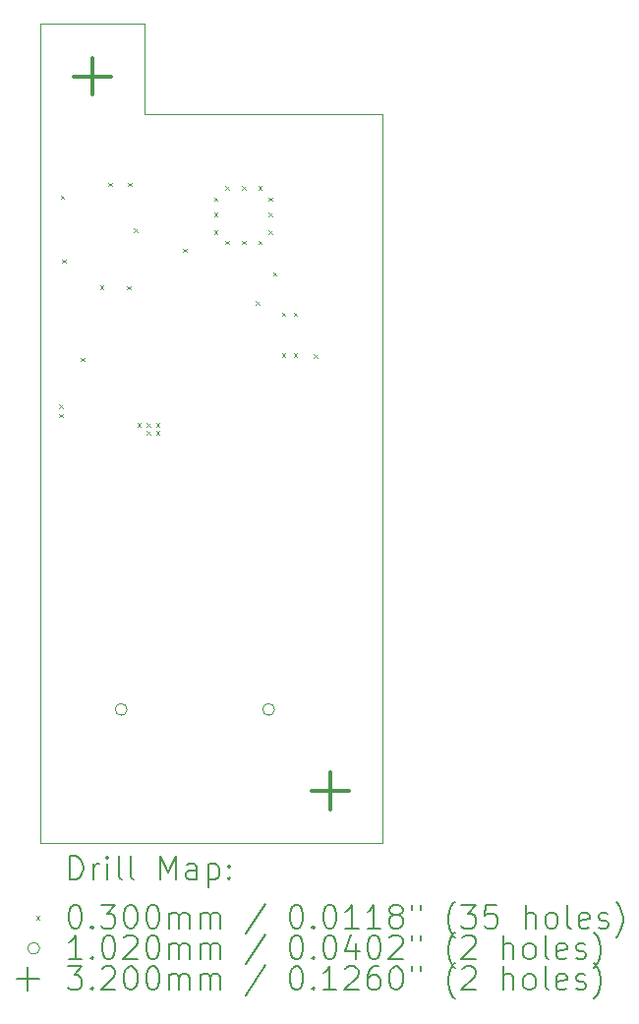
<source format=gbr>
%TF.GenerationSoftware,KiCad,Pcbnew,7.0.7*%
%TF.CreationDate,2024-02-09T14:16:55-05:00*%
%TF.ProjectId,key-fob-pcb,6b65792d-666f-4622-9d70-63622e6b6963,rev?*%
%TF.SameCoordinates,Original*%
%TF.FileFunction,Drillmap*%
%TF.FilePolarity,Positive*%
%FSLAX45Y45*%
G04 Gerber Fmt 4.5, Leading zero omitted, Abs format (unit mm)*
G04 Created by KiCad (PCBNEW 7.0.7) date 2024-02-09 14:16:55*
%MOMM*%
%LPD*%
G01*
G04 APERTURE LIST*
%ADD10C,0.038100*%
%ADD11C,0.200000*%
%ADD12C,0.030000*%
%ADD13C,0.102000*%
%ADD14C,0.320000*%
G04 APERTURE END LIST*
D10*
X13825000Y-15700000D02*
X16775000Y-15700000D01*
X14725000Y-8650000D02*
X13825000Y-8650000D01*
X14725000Y-9425000D02*
X14725000Y-8650000D01*
X16775000Y-9425000D02*
X14725000Y-9425000D01*
X16775000Y-15700000D02*
X16775000Y-9425000D01*
X13825000Y-8650000D02*
X13825000Y-15700000D01*
D11*
D12*
X13990000Y-11925000D02*
X14020000Y-11955000D01*
X14020000Y-11925000D02*
X13990000Y-11955000D01*
X13990000Y-12005000D02*
X14020000Y-12035000D01*
X14020000Y-12005000D02*
X13990000Y-12035000D01*
X14005000Y-10125000D02*
X14035000Y-10155000D01*
X14035000Y-10125000D02*
X14005000Y-10155000D01*
X14015000Y-10675000D02*
X14045000Y-10705000D01*
X14045000Y-10675000D02*
X14015000Y-10705000D01*
X14180000Y-11525000D02*
X14210000Y-11555000D01*
X14210000Y-11525000D02*
X14180000Y-11555000D01*
X14345000Y-10902500D02*
X14375000Y-10932500D01*
X14375000Y-10902500D02*
X14345000Y-10932500D01*
X14415000Y-10015000D02*
X14445000Y-10045000D01*
X14445000Y-10015000D02*
X14415000Y-10045000D01*
X14575000Y-10905000D02*
X14605000Y-10935000D01*
X14605000Y-10905000D02*
X14575000Y-10935000D01*
X14585000Y-10015000D02*
X14615000Y-10045000D01*
X14615000Y-10015000D02*
X14585000Y-10045000D01*
X14635000Y-10410000D02*
X14665000Y-10440000D01*
X14665000Y-10410000D02*
X14635000Y-10440000D01*
X14665000Y-12085000D02*
X14695000Y-12115000D01*
X14695000Y-12085000D02*
X14665000Y-12115000D01*
X14745000Y-12085000D02*
X14775000Y-12115000D01*
X14775000Y-12085000D02*
X14745000Y-12115000D01*
X14745000Y-12155000D02*
X14775000Y-12185000D01*
X14775000Y-12155000D02*
X14745000Y-12185000D01*
X14825000Y-12085000D02*
X14855000Y-12115000D01*
X14855000Y-12085000D02*
X14825000Y-12115000D01*
X14825000Y-12155000D02*
X14855000Y-12185000D01*
X14855000Y-12155000D02*
X14825000Y-12185000D01*
X15060000Y-10585000D02*
X15090000Y-10615000D01*
X15090000Y-10585000D02*
X15060000Y-10615000D01*
X15325000Y-10145000D02*
X15355000Y-10175000D01*
X15355000Y-10145000D02*
X15325000Y-10175000D01*
X15325000Y-10275000D02*
X15355000Y-10305000D01*
X15355000Y-10275000D02*
X15325000Y-10305000D01*
X15325000Y-10425000D02*
X15355000Y-10455000D01*
X15355000Y-10425000D02*
X15325000Y-10455000D01*
X15425000Y-10045000D02*
X15455000Y-10075000D01*
X15455000Y-10045000D02*
X15425000Y-10075000D01*
X15425000Y-10515000D02*
X15455000Y-10545000D01*
X15455000Y-10515000D02*
X15425000Y-10545000D01*
X15565000Y-10045000D02*
X15595000Y-10075000D01*
X15595000Y-10045000D02*
X15565000Y-10075000D01*
X15565000Y-10515000D02*
X15595000Y-10545000D01*
X15595000Y-10515000D02*
X15565000Y-10545000D01*
X15685000Y-11035000D02*
X15715000Y-11065000D01*
X15715000Y-11035000D02*
X15685000Y-11065000D01*
X15705000Y-10045000D02*
X15735000Y-10075000D01*
X15735000Y-10045000D02*
X15705000Y-10075000D01*
X15705000Y-10515000D02*
X15735000Y-10545000D01*
X15735000Y-10515000D02*
X15705000Y-10545000D01*
X15795000Y-10145000D02*
X15825000Y-10175000D01*
X15825000Y-10145000D02*
X15795000Y-10175000D01*
X15795000Y-10275000D02*
X15825000Y-10305000D01*
X15825000Y-10275000D02*
X15795000Y-10305000D01*
X15795000Y-10425000D02*
X15825000Y-10455000D01*
X15825000Y-10425000D02*
X15795000Y-10455000D01*
X15835000Y-10785000D02*
X15865000Y-10815000D01*
X15865000Y-10785000D02*
X15835000Y-10815000D01*
X15910000Y-11135000D02*
X15940000Y-11165000D01*
X15940000Y-11135000D02*
X15910000Y-11165000D01*
X15910000Y-11485000D02*
X15940000Y-11515000D01*
X15940000Y-11485000D02*
X15910000Y-11515000D01*
X16010000Y-11135000D02*
X16040000Y-11165000D01*
X16040000Y-11135000D02*
X16010000Y-11165000D01*
X16010000Y-11485000D02*
X16040000Y-11515000D01*
X16040000Y-11485000D02*
X16010000Y-11515000D01*
X16185000Y-11495000D02*
X16215000Y-11525000D01*
X16215000Y-11495000D02*
X16185000Y-11525000D01*
D13*
X14576000Y-14550000D02*
G75*
G03*
X14576000Y-14550000I-51000J0D01*
G01*
X15846000Y-14550000D02*
G75*
G03*
X15846000Y-14550000I-51000J0D01*
G01*
D14*
X14275000Y-8940000D02*
X14275000Y-9260000D01*
X14115000Y-9100000D02*
X14435000Y-9100000D01*
X16325000Y-15090000D02*
X16325000Y-15410000D01*
X16165000Y-15250000D02*
X16485000Y-15250000D01*
D11*
X14083872Y-16013389D02*
X14083872Y-15813389D01*
X14083872Y-15813389D02*
X14131491Y-15813389D01*
X14131491Y-15813389D02*
X14160062Y-15822913D01*
X14160062Y-15822913D02*
X14179110Y-15841960D01*
X14179110Y-15841960D02*
X14188634Y-15861008D01*
X14188634Y-15861008D02*
X14198157Y-15899103D01*
X14198157Y-15899103D02*
X14198157Y-15927674D01*
X14198157Y-15927674D02*
X14188634Y-15965770D01*
X14188634Y-15965770D02*
X14179110Y-15984817D01*
X14179110Y-15984817D02*
X14160062Y-16003865D01*
X14160062Y-16003865D02*
X14131491Y-16013389D01*
X14131491Y-16013389D02*
X14083872Y-16013389D01*
X14283872Y-16013389D02*
X14283872Y-15880055D01*
X14283872Y-15918151D02*
X14293396Y-15899103D01*
X14293396Y-15899103D02*
X14302919Y-15889579D01*
X14302919Y-15889579D02*
X14321967Y-15880055D01*
X14321967Y-15880055D02*
X14341015Y-15880055D01*
X14407681Y-16013389D02*
X14407681Y-15880055D01*
X14407681Y-15813389D02*
X14398157Y-15822913D01*
X14398157Y-15822913D02*
X14407681Y-15832436D01*
X14407681Y-15832436D02*
X14417205Y-15822913D01*
X14417205Y-15822913D02*
X14407681Y-15813389D01*
X14407681Y-15813389D02*
X14407681Y-15832436D01*
X14531491Y-16013389D02*
X14512443Y-16003865D01*
X14512443Y-16003865D02*
X14502919Y-15984817D01*
X14502919Y-15984817D02*
X14502919Y-15813389D01*
X14636253Y-16013389D02*
X14617205Y-16003865D01*
X14617205Y-16003865D02*
X14607681Y-15984817D01*
X14607681Y-15984817D02*
X14607681Y-15813389D01*
X14864824Y-16013389D02*
X14864824Y-15813389D01*
X14864824Y-15813389D02*
X14931491Y-15956246D01*
X14931491Y-15956246D02*
X14998157Y-15813389D01*
X14998157Y-15813389D02*
X14998157Y-16013389D01*
X15179110Y-16013389D02*
X15179110Y-15908627D01*
X15179110Y-15908627D02*
X15169586Y-15889579D01*
X15169586Y-15889579D02*
X15150538Y-15880055D01*
X15150538Y-15880055D02*
X15112443Y-15880055D01*
X15112443Y-15880055D02*
X15093396Y-15889579D01*
X15179110Y-16003865D02*
X15160062Y-16013389D01*
X15160062Y-16013389D02*
X15112443Y-16013389D01*
X15112443Y-16013389D02*
X15093396Y-16003865D01*
X15093396Y-16003865D02*
X15083872Y-15984817D01*
X15083872Y-15984817D02*
X15083872Y-15965770D01*
X15083872Y-15965770D02*
X15093396Y-15946722D01*
X15093396Y-15946722D02*
X15112443Y-15937198D01*
X15112443Y-15937198D02*
X15160062Y-15937198D01*
X15160062Y-15937198D02*
X15179110Y-15927674D01*
X15274348Y-15880055D02*
X15274348Y-16080055D01*
X15274348Y-15889579D02*
X15293396Y-15880055D01*
X15293396Y-15880055D02*
X15331491Y-15880055D01*
X15331491Y-15880055D02*
X15350538Y-15889579D01*
X15350538Y-15889579D02*
X15360062Y-15899103D01*
X15360062Y-15899103D02*
X15369586Y-15918151D01*
X15369586Y-15918151D02*
X15369586Y-15975293D01*
X15369586Y-15975293D02*
X15360062Y-15994341D01*
X15360062Y-15994341D02*
X15350538Y-16003865D01*
X15350538Y-16003865D02*
X15331491Y-16013389D01*
X15331491Y-16013389D02*
X15293396Y-16013389D01*
X15293396Y-16013389D02*
X15274348Y-16003865D01*
X15455300Y-15994341D02*
X15464824Y-16003865D01*
X15464824Y-16003865D02*
X15455300Y-16013389D01*
X15455300Y-16013389D02*
X15445777Y-16003865D01*
X15445777Y-16003865D02*
X15455300Y-15994341D01*
X15455300Y-15994341D02*
X15455300Y-16013389D01*
X15455300Y-15889579D02*
X15464824Y-15899103D01*
X15464824Y-15899103D02*
X15455300Y-15908627D01*
X15455300Y-15908627D02*
X15445777Y-15899103D01*
X15445777Y-15899103D02*
X15455300Y-15889579D01*
X15455300Y-15889579D02*
X15455300Y-15908627D01*
D12*
X13793095Y-16326905D02*
X13823095Y-16356905D01*
X13823095Y-16326905D02*
X13793095Y-16356905D01*
D11*
X14121967Y-16233389D02*
X14141015Y-16233389D01*
X14141015Y-16233389D02*
X14160062Y-16242913D01*
X14160062Y-16242913D02*
X14169586Y-16252436D01*
X14169586Y-16252436D02*
X14179110Y-16271484D01*
X14179110Y-16271484D02*
X14188634Y-16309579D01*
X14188634Y-16309579D02*
X14188634Y-16357198D01*
X14188634Y-16357198D02*
X14179110Y-16395293D01*
X14179110Y-16395293D02*
X14169586Y-16414341D01*
X14169586Y-16414341D02*
X14160062Y-16423865D01*
X14160062Y-16423865D02*
X14141015Y-16433389D01*
X14141015Y-16433389D02*
X14121967Y-16433389D01*
X14121967Y-16433389D02*
X14102919Y-16423865D01*
X14102919Y-16423865D02*
X14093396Y-16414341D01*
X14093396Y-16414341D02*
X14083872Y-16395293D01*
X14083872Y-16395293D02*
X14074348Y-16357198D01*
X14074348Y-16357198D02*
X14074348Y-16309579D01*
X14074348Y-16309579D02*
X14083872Y-16271484D01*
X14083872Y-16271484D02*
X14093396Y-16252436D01*
X14093396Y-16252436D02*
X14102919Y-16242913D01*
X14102919Y-16242913D02*
X14121967Y-16233389D01*
X14274348Y-16414341D02*
X14283872Y-16423865D01*
X14283872Y-16423865D02*
X14274348Y-16433389D01*
X14274348Y-16433389D02*
X14264824Y-16423865D01*
X14264824Y-16423865D02*
X14274348Y-16414341D01*
X14274348Y-16414341D02*
X14274348Y-16433389D01*
X14350538Y-16233389D02*
X14474348Y-16233389D01*
X14474348Y-16233389D02*
X14407681Y-16309579D01*
X14407681Y-16309579D02*
X14436253Y-16309579D01*
X14436253Y-16309579D02*
X14455300Y-16319103D01*
X14455300Y-16319103D02*
X14464824Y-16328627D01*
X14464824Y-16328627D02*
X14474348Y-16347674D01*
X14474348Y-16347674D02*
X14474348Y-16395293D01*
X14474348Y-16395293D02*
X14464824Y-16414341D01*
X14464824Y-16414341D02*
X14455300Y-16423865D01*
X14455300Y-16423865D02*
X14436253Y-16433389D01*
X14436253Y-16433389D02*
X14379110Y-16433389D01*
X14379110Y-16433389D02*
X14360062Y-16423865D01*
X14360062Y-16423865D02*
X14350538Y-16414341D01*
X14598157Y-16233389D02*
X14617205Y-16233389D01*
X14617205Y-16233389D02*
X14636253Y-16242913D01*
X14636253Y-16242913D02*
X14645777Y-16252436D01*
X14645777Y-16252436D02*
X14655300Y-16271484D01*
X14655300Y-16271484D02*
X14664824Y-16309579D01*
X14664824Y-16309579D02*
X14664824Y-16357198D01*
X14664824Y-16357198D02*
X14655300Y-16395293D01*
X14655300Y-16395293D02*
X14645777Y-16414341D01*
X14645777Y-16414341D02*
X14636253Y-16423865D01*
X14636253Y-16423865D02*
X14617205Y-16433389D01*
X14617205Y-16433389D02*
X14598157Y-16433389D01*
X14598157Y-16433389D02*
X14579110Y-16423865D01*
X14579110Y-16423865D02*
X14569586Y-16414341D01*
X14569586Y-16414341D02*
X14560062Y-16395293D01*
X14560062Y-16395293D02*
X14550538Y-16357198D01*
X14550538Y-16357198D02*
X14550538Y-16309579D01*
X14550538Y-16309579D02*
X14560062Y-16271484D01*
X14560062Y-16271484D02*
X14569586Y-16252436D01*
X14569586Y-16252436D02*
X14579110Y-16242913D01*
X14579110Y-16242913D02*
X14598157Y-16233389D01*
X14788634Y-16233389D02*
X14807681Y-16233389D01*
X14807681Y-16233389D02*
X14826729Y-16242913D01*
X14826729Y-16242913D02*
X14836253Y-16252436D01*
X14836253Y-16252436D02*
X14845777Y-16271484D01*
X14845777Y-16271484D02*
X14855300Y-16309579D01*
X14855300Y-16309579D02*
X14855300Y-16357198D01*
X14855300Y-16357198D02*
X14845777Y-16395293D01*
X14845777Y-16395293D02*
X14836253Y-16414341D01*
X14836253Y-16414341D02*
X14826729Y-16423865D01*
X14826729Y-16423865D02*
X14807681Y-16433389D01*
X14807681Y-16433389D02*
X14788634Y-16433389D01*
X14788634Y-16433389D02*
X14769586Y-16423865D01*
X14769586Y-16423865D02*
X14760062Y-16414341D01*
X14760062Y-16414341D02*
X14750538Y-16395293D01*
X14750538Y-16395293D02*
X14741015Y-16357198D01*
X14741015Y-16357198D02*
X14741015Y-16309579D01*
X14741015Y-16309579D02*
X14750538Y-16271484D01*
X14750538Y-16271484D02*
X14760062Y-16252436D01*
X14760062Y-16252436D02*
X14769586Y-16242913D01*
X14769586Y-16242913D02*
X14788634Y-16233389D01*
X14941015Y-16433389D02*
X14941015Y-16300055D01*
X14941015Y-16319103D02*
X14950538Y-16309579D01*
X14950538Y-16309579D02*
X14969586Y-16300055D01*
X14969586Y-16300055D02*
X14998158Y-16300055D01*
X14998158Y-16300055D02*
X15017205Y-16309579D01*
X15017205Y-16309579D02*
X15026729Y-16328627D01*
X15026729Y-16328627D02*
X15026729Y-16433389D01*
X15026729Y-16328627D02*
X15036253Y-16309579D01*
X15036253Y-16309579D02*
X15055300Y-16300055D01*
X15055300Y-16300055D02*
X15083872Y-16300055D01*
X15083872Y-16300055D02*
X15102919Y-16309579D01*
X15102919Y-16309579D02*
X15112443Y-16328627D01*
X15112443Y-16328627D02*
X15112443Y-16433389D01*
X15207681Y-16433389D02*
X15207681Y-16300055D01*
X15207681Y-16319103D02*
X15217205Y-16309579D01*
X15217205Y-16309579D02*
X15236253Y-16300055D01*
X15236253Y-16300055D02*
X15264824Y-16300055D01*
X15264824Y-16300055D02*
X15283872Y-16309579D01*
X15283872Y-16309579D02*
X15293396Y-16328627D01*
X15293396Y-16328627D02*
X15293396Y-16433389D01*
X15293396Y-16328627D02*
X15302919Y-16309579D01*
X15302919Y-16309579D02*
X15321967Y-16300055D01*
X15321967Y-16300055D02*
X15350538Y-16300055D01*
X15350538Y-16300055D02*
X15369586Y-16309579D01*
X15369586Y-16309579D02*
X15379110Y-16328627D01*
X15379110Y-16328627D02*
X15379110Y-16433389D01*
X15769586Y-16223865D02*
X15598158Y-16481008D01*
X16026729Y-16233389D02*
X16045777Y-16233389D01*
X16045777Y-16233389D02*
X16064824Y-16242913D01*
X16064824Y-16242913D02*
X16074348Y-16252436D01*
X16074348Y-16252436D02*
X16083872Y-16271484D01*
X16083872Y-16271484D02*
X16093396Y-16309579D01*
X16093396Y-16309579D02*
X16093396Y-16357198D01*
X16093396Y-16357198D02*
X16083872Y-16395293D01*
X16083872Y-16395293D02*
X16074348Y-16414341D01*
X16074348Y-16414341D02*
X16064824Y-16423865D01*
X16064824Y-16423865D02*
X16045777Y-16433389D01*
X16045777Y-16433389D02*
X16026729Y-16433389D01*
X16026729Y-16433389D02*
X16007681Y-16423865D01*
X16007681Y-16423865D02*
X15998158Y-16414341D01*
X15998158Y-16414341D02*
X15988634Y-16395293D01*
X15988634Y-16395293D02*
X15979110Y-16357198D01*
X15979110Y-16357198D02*
X15979110Y-16309579D01*
X15979110Y-16309579D02*
X15988634Y-16271484D01*
X15988634Y-16271484D02*
X15998158Y-16252436D01*
X15998158Y-16252436D02*
X16007681Y-16242913D01*
X16007681Y-16242913D02*
X16026729Y-16233389D01*
X16179110Y-16414341D02*
X16188634Y-16423865D01*
X16188634Y-16423865D02*
X16179110Y-16433389D01*
X16179110Y-16433389D02*
X16169586Y-16423865D01*
X16169586Y-16423865D02*
X16179110Y-16414341D01*
X16179110Y-16414341D02*
X16179110Y-16433389D01*
X16312443Y-16233389D02*
X16331491Y-16233389D01*
X16331491Y-16233389D02*
X16350539Y-16242913D01*
X16350539Y-16242913D02*
X16360062Y-16252436D01*
X16360062Y-16252436D02*
X16369586Y-16271484D01*
X16369586Y-16271484D02*
X16379110Y-16309579D01*
X16379110Y-16309579D02*
X16379110Y-16357198D01*
X16379110Y-16357198D02*
X16369586Y-16395293D01*
X16369586Y-16395293D02*
X16360062Y-16414341D01*
X16360062Y-16414341D02*
X16350539Y-16423865D01*
X16350539Y-16423865D02*
X16331491Y-16433389D01*
X16331491Y-16433389D02*
X16312443Y-16433389D01*
X16312443Y-16433389D02*
X16293396Y-16423865D01*
X16293396Y-16423865D02*
X16283872Y-16414341D01*
X16283872Y-16414341D02*
X16274348Y-16395293D01*
X16274348Y-16395293D02*
X16264824Y-16357198D01*
X16264824Y-16357198D02*
X16264824Y-16309579D01*
X16264824Y-16309579D02*
X16274348Y-16271484D01*
X16274348Y-16271484D02*
X16283872Y-16252436D01*
X16283872Y-16252436D02*
X16293396Y-16242913D01*
X16293396Y-16242913D02*
X16312443Y-16233389D01*
X16569586Y-16433389D02*
X16455301Y-16433389D01*
X16512443Y-16433389D02*
X16512443Y-16233389D01*
X16512443Y-16233389D02*
X16493396Y-16261960D01*
X16493396Y-16261960D02*
X16474348Y-16281008D01*
X16474348Y-16281008D02*
X16455301Y-16290532D01*
X16760062Y-16433389D02*
X16645777Y-16433389D01*
X16702920Y-16433389D02*
X16702920Y-16233389D01*
X16702920Y-16233389D02*
X16683872Y-16261960D01*
X16683872Y-16261960D02*
X16664824Y-16281008D01*
X16664824Y-16281008D02*
X16645777Y-16290532D01*
X16874348Y-16319103D02*
X16855301Y-16309579D01*
X16855301Y-16309579D02*
X16845777Y-16300055D01*
X16845777Y-16300055D02*
X16836253Y-16281008D01*
X16836253Y-16281008D02*
X16836253Y-16271484D01*
X16836253Y-16271484D02*
X16845777Y-16252436D01*
X16845777Y-16252436D02*
X16855301Y-16242913D01*
X16855301Y-16242913D02*
X16874348Y-16233389D01*
X16874348Y-16233389D02*
X16912444Y-16233389D01*
X16912444Y-16233389D02*
X16931491Y-16242913D01*
X16931491Y-16242913D02*
X16941015Y-16252436D01*
X16941015Y-16252436D02*
X16950539Y-16271484D01*
X16950539Y-16271484D02*
X16950539Y-16281008D01*
X16950539Y-16281008D02*
X16941015Y-16300055D01*
X16941015Y-16300055D02*
X16931491Y-16309579D01*
X16931491Y-16309579D02*
X16912444Y-16319103D01*
X16912444Y-16319103D02*
X16874348Y-16319103D01*
X16874348Y-16319103D02*
X16855301Y-16328627D01*
X16855301Y-16328627D02*
X16845777Y-16338151D01*
X16845777Y-16338151D02*
X16836253Y-16357198D01*
X16836253Y-16357198D02*
X16836253Y-16395293D01*
X16836253Y-16395293D02*
X16845777Y-16414341D01*
X16845777Y-16414341D02*
X16855301Y-16423865D01*
X16855301Y-16423865D02*
X16874348Y-16433389D01*
X16874348Y-16433389D02*
X16912444Y-16433389D01*
X16912444Y-16433389D02*
X16931491Y-16423865D01*
X16931491Y-16423865D02*
X16941015Y-16414341D01*
X16941015Y-16414341D02*
X16950539Y-16395293D01*
X16950539Y-16395293D02*
X16950539Y-16357198D01*
X16950539Y-16357198D02*
X16941015Y-16338151D01*
X16941015Y-16338151D02*
X16931491Y-16328627D01*
X16931491Y-16328627D02*
X16912444Y-16319103D01*
X17026729Y-16233389D02*
X17026729Y-16271484D01*
X17102920Y-16233389D02*
X17102920Y-16271484D01*
X17398158Y-16509579D02*
X17388634Y-16500055D01*
X17388634Y-16500055D02*
X17369586Y-16471484D01*
X17369586Y-16471484D02*
X17360063Y-16452436D01*
X17360063Y-16452436D02*
X17350539Y-16423865D01*
X17350539Y-16423865D02*
X17341015Y-16376246D01*
X17341015Y-16376246D02*
X17341015Y-16338151D01*
X17341015Y-16338151D02*
X17350539Y-16290532D01*
X17350539Y-16290532D02*
X17360063Y-16261960D01*
X17360063Y-16261960D02*
X17369586Y-16242913D01*
X17369586Y-16242913D02*
X17388634Y-16214341D01*
X17388634Y-16214341D02*
X17398158Y-16204817D01*
X17455301Y-16233389D02*
X17579110Y-16233389D01*
X17579110Y-16233389D02*
X17512444Y-16309579D01*
X17512444Y-16309579D02*
X17541015Y-16309579D01*
X17541015Y-16309579D02*
X17560063Y-16319103D01*
X17560063Y-16319103D02*
X17569586Y-16328627D01*
X17569586Y-16328627D02*
X17579110Y-16347674D01*
X17579110Y-16347674D02*
X17579110Y-16395293D01*
X17579110Y-16395293D02*
X17569586Y-16414341D01*
X17569586Y-16414341D02*
X17560063Y-16423865D01*
X17560063Y-16423865D02*
X17541015Y-16433389D01*
X17541015Y-16433389D02*
X17483872Y-16433389D01*
X17483872Y-16433389D02*
X17464825Y-16423865D01*
X17464825Y-16423865D02*
X17455301Y-16414341D01*
X17760063Y-16233389D02*
X17664825Y-16233389D01*
X17664825Y-16233389D02*
X17655301Y-16328627D01*
X17655301Y-16328627D02*
X17664825Y-16319103D01*
X17664825Y-16319103D02*
X17683872Y-16309579D01*
X17683872Y-16309579D02*
X17731491Y-16309579D01*
X17731491Y-16309579D02*
X17750539Y-16319103D01*
X17750539Y-16319103D02*
X17760063Y-16328627D01*
X17760063Y-16328627D02*
X17769586Y-16347674D01*
X17769586Y-16347674D02*
X17769586Y-16395293D01*
X17769586Y-16395293D02*
X17760063Y-16414341D01*
X17760063Y-16414341D02*
X17750539Y-16423865D01*
X17750539Y-16423865D02*
X17731491Y-16433389D01*
X17731491Y-16433389D02*
X17683872Y-16433389D01*
X17683872Y-16433389D02*
X17664825Y-16423865D01*
X17664825Y-16423865D02*
X17655301Y-16414341D01*
X18007682Y-16433389D02*
X18007682Y-16233389D01*
X18093396Y-16433389D02*
X18093396Y-16328627D01*
X18093396Y-16328627D02*
X18083872Y-16309579D01*
X18083872Y-16309579D02*
X18064825Y-16300055D01*
X18064825Y-16300055D02*
X18036253Y-16300055D01*
X18036253Y-16300055D02*
X18017206Y-16309579D01*
X18017206Y-16309579D02*
X18007682Y-16319103D01*
X18217206Y-16433389D02*
X18198158Y-16423865D01*
X18198158Y-16423865D02*
X18188634Y-16414341D01*
X18188634Y-16414341D02*
X18179110Y-16395293D01*
X18179110Y-16395293D02*
X18179110Y-16338151D01*
X18179110Y-16338151D02*
X18188634Y-16319103D01*
X18188634Y-16319103D02*
X18198158Y-16309579D01*
X18198158Y-16309579D02*
X18217206Y-16300055D01*
X18217206Y-16300055D02*
X18245777Y-16300055D01*
X18245777Y-16300055D02*
X18264825Y-16309579D01*
X18264825Y-16309579D02*
X18274348Y-16319103D01*
X18274348Y-16319103D02*
X18283872Y-16338151D01*
X18283872Y-16338151D02*
X18283872Y-16395293D01*
X18283872Y-16395293D02*
X18274348Y-16414341D01*
X18274348Y-16414341D02*
X18264825Y-16423865D01*
X18264825Y-16423865D02*
X18245777Y-16433389D01*
X18245777Y-16433389D02*
X18217206Y-16433389D01*
X18398158Y-16433389D02*
X18379110Y-16423865D01*
X18379110Y-16423865D02*
X18369587Y-16404817D01*
X18369587Y-16404817D02*
X18369587Y-16233389D01*
X18550539Y-16423865D02*
X18531491Y-16433389D01*
X18531491Y-16433389D02*
X18493396Y-16433389D01*
X18493396Y-16433389D02*
X18474348Y-16423865D01*
X18474348Y-16423865D02*
X18464825Y-16404817D01*
X18464825Y-16404817D02*
X18464825Y-16328627D01*
X18464825Y-16328627D02*
X18474348Y-16309579D01*
X18474348Y-16309579D02*
X18493396Y-16300055D01*
X18493396Y-16300055D02*
X18531491Y-16300055D01*
X18531491Y-16300055D02*
X18550539Y-16309579D01*
X18550539Y-16309579D02*
X18560063Y-16328627D01*
X18560063Y-16328627D02*
X18560063Y-16347674D01*
X18560063Y-16347674D02*
X18464825Y-16366722D01*
X18636253Y-16423865D02*
X18655301Y-16433389D01*
X18655301Y-16433389D02*
X18693396Y-16433389D01*
X18693396Y-16433389D02*
X18712444Y-16423865D01*
X18712444Y-16423865D02*
X18721968Y-16404817D01*
X18721968Y-16404817D02*
X18721968Y-16395293D01*
X18721968Y-16395293D02*
X18712444Y-16376246D01*
X18712444Y-16376246D02*
X18693396Y-16366722D01*
X18693396Y-16366722D02*
X18664825Y-16366722D01*
X18664825Y-16366722D02*
X18645777Y-16357198D01*
X18645777Y-16357198D02*
X18636253Y-16338151D01*
X18636253Y-16338151D02*
X18636253Y-16328627D01*
X18636253Y-16328627D02*
X18645777Y-16309579D01*
X18645777Y-16309579D02*
X18664825Y-16300055D01*
X18664825Y-16300055D02*
X18693396Y-16300055D01*
X18693396Y-16300055D02*
X18712444Y-16309579D01*
X18788634Y-16509579D02*
X18798158Y-16500055D01*
X18798158Y-16500055D02*
X18817206Y-16471484D01*
X18817206Y-16471484D02*
X18826729Y-16452436D01*
X18826729Y-16452436D02*
X18836253Y-16423865D01*
X18836253Y-16423865D02*
X18845777Y-16376246D01*
X18845777Y-16376246D02*
X18845777Y-16338151D01*
X18845777Y-16338151D02*
X18836253Y-16290532D01*
X18836253Y-16290532D02*
X18826729Y-16261960D01*
X18826729Y-16261960D02*
X18817206Y-16242913D01*
X18817206Y-16242913D02*
X18798158Y-16214341D01*
X18798158Y-16214341D02*
X18788634Y-16204817D01*
D13*
X13823095Y-16605905D02*
G75*
G03*
X13823095Y-16605905I-51000J0D01*
G01*
D11*
X14188634Y-16697389D02*
X14074348Y-16697389D01*
X14131491Y-16697389D02*
X14131491Y-16497389D01*
X14131491Y-16497389D02*
X14112443Y-16525960D01*
X14112443Y-16525960D02*
X14093396Y-16545008D01*
X14093396Y-16545008D02*
X14074348Y-16554532D01*
X14274348Y-16678341D02*
X14283872Y-16687865D01*
X14283872Y-16687865D02*
X14274348Y-16697389D01*
X14274348Y-16697389D02*
X14264824Y-16687865D01*
X14264824Y-16687865D02*
X14274348Y-16678341D01*
X14274348Y-16678341D02*
X14274348Y-16697389D01*
X14407681Y-16497389D02*
X14426729Y-16497389D01*
X14426729Y-16497389D02*
X14445777Y-16506913D01*
X14445777Y-16506913D02*
X14455300Y-16516436D01*
X14455300Y-16516436D02*
X14464824Y-16535484D01*
X14464824Y-16535484D02*
X14474348Y-16573579D01*
X14474348Y-16573579D02*
X14474348Y-16621198D01*
X14474348Y-16621198D02*
X14464824Y-16659293D01*
X14464824Y-16659293D02*
X14455300Y-16678341D01*
X14455300Y-16678341D02*
X14445777Y-16687865D01*
X14445777Y-16687865D02*
X14426729Y-16697389D01*
X14426729Y-16697389D02*
X14407681Y-16697389D01*
X14407681Y-16697389D02*
X14388634Y-16687865D01*
X14388634Y-16687865D02*
X14379110Y-16678341D01*
X14379110Y-16678341D02*
X14369586Y-16659293D01*
X14369586Y-16659293D02*
X14360062Y-16621198D01*
X14360062Y-16621198D02*
X14360062Y-16573579D01*
X14360062Y-16573579D02*
X14369586Y-16535484D01*
X14369586Y-16535484D02*
X14379110Y-16516436D01*
X14379110Y-16516436D02*
X14388634Y-16506913D01*
X14388634Y-16506913D02*
X14407681Y-16497389D01*
X14550538Y-16516436D02*
X14560062Y-16506913D01*
X14560062Y-16506913D02*
X14579110Y-16497389D01*
X14579110Y-16497389D02*
X14626729Y-16497389D01*
X14626729Y-16497389D02*
X14645777Y-16506913D01*
X14645777Y-16506913D02*
X14655300Y-16516436D01*
X14655300Y-16516436D02*
X14664824Y-16535484D01*
X14664824Y-16535484D02*
X14664824Y-16554532D01*
X14664824Y-16554532D02*
X14655300Y-16583103D01*
X14655300Y-16583103D02*
X14541015Y-16697389D01*
X14541015Y-16697389D02*
X14664824Y-16697389D01*
X14788634Y-16497389D02*
X14807681Y-16497389D01*
X14807681Y-16497389D02*
X14826729Y-16506913D01*
X14826729Y-16506913D02*
X14836253Y-16516436D01*
X14836253Y-16516436D02*
X14845777Y-16535484D01*
X14845777Y-16535484D02*
X14855300Y-16573579D01*
X14855300Y-16573579D02*
X14855300Y-16621198D01*
X14855300Y-16621198D02*
X14845777Y-16659293D01*
X14845777Y-16659293D02*
X14836253Y-16678341D01*
X14836253Y-16678341D02*
X14826729Y-16687865D01*
X14826729Y-16687865D02*
X14807681Y-16697389D01*
X14807681Y-16697389D02*
X14788634Y-16697389D01*
X14788634Y-16697389D02*
X14769586Y-16687865D01*
X14769586Y-16687865D02*
X14760062Y-16678341D01*
X14760062Y-16678341D02*
X14750538Y-16659293D01*
X14750538Y-16659293D02*
X14741015Y-16621198D01*
X14741015Y-16621198D02*
X14741015Y-16573579D01*
X14741015Y-16573579D02*
X14750538Y-16535484D01*
X14750538Y-16535484D02*
X14760062Y-16516436D01*
X14760062Y-16516436D02*
X14769586Y-16506913D01*
X14769586Y-16506913D02*
X14788634Y-16497389D01*
X14941015Y-16697389D02*
X14941015Y-16564055D01*
X14941015Y-16583103D02*
X14950538Y-16573579D01*
X14950538Y-16573579D02*
X14969586Y-16564055D01*
X14969586Y-16564055D02*
X14998158Y-16564055D01*
X14998158Y-16564055D02*
X15017205Y-16573579D01*
X15017205Y-16573579D02*
X15026729Y-16592627D01*
X15026729Y-16592627D02*
X15026729Y-16697389D01*
X15026729Y-16592627D02*
X15036253Y-16573579D01*
X15036253Y-16573579D02*
X15055300Y-16564055D01*
X15055300Y-16564055D02*
X15083872Y-16564055D01*
X15083872Y-16564055D02*
X15102919Y-16573579D01*
X15102919Y-16573579D02*
X15112443Y-16592627D01*
X15112443Y-16592627D02*
X15112443Y-16697389D01*
X15207681Y-16697389D02*
X15207681Y-16564055D01*
X15207681Y-16583103D02*
X15217205Y-16573579D01*
X15217205Y-16573579D02*
X15236253Y-16564055D01*
X15236253Y-16564055D02*
X15264824Y-16564055D01*
X15264824Y-16564055D02*
X15283872Y-16573579D01*
X15283872Y-16573579D02*
X15293396Y-16592627D01*
X15293396Y-16592627D02*
X15293396Y-16697389D01*
X15293396Y-16592627D02*
X15302919Y-16573579D01*
X15302919Y-16573579D02*
X15321967Y-16564055D01*
X15321967Y-16564055D02*
X15350538Y-16564055D01*
X15350538Y-16564055D02*
X15369586Y-16573579D01*
X15369586Y-16573579D02*
X15379110Y-16592627D01*
X15379110Y-16592627D02*
X15379110Y-16697389D01*
X15769586Y-16487865D02*
X15598158Y-16745008D01*
X16026729Y-16497389D02*
X16045777Y-16497389D01*
X16045777Y-16497389D02*
X16064824Y-16506913D01*
X16064824Y-16506913D02*
X16074348Y-16516436D01*
X16074348Y-16516436D02*
X16083872Y-16535484D01*
X16083872Y-16535484D02*
X16093396Y-16573579D01*
X16093396Y-16573579D02*
X16093396Y-16621198D01*
X16093396Y-16621198D02*
X16083872Y-16659293D01*
X16083872Y-16659293D02*
X16074348Y-16678341D01*
X16074348Y-16678341D02*
X16064824Y-16687865D01*
X16064824Y-16687865D02*
X16045777Y-16697389D01*
X16045777Y-16697389D02*
X16026729Y-16697389D01*
X16026729Y-16697389D02*
X16007681Y-16687865D01*
X16007681Y-16687865D02*
X15998158Y-16678341D01*
X15998158Y-16678341D02*
X15988634Y-16659293D01*
X15988634Y-16659293D02*
X15979110Y-16621198D01*
X15979110Y-16621198D02*
X15979110Y-16573579D01*
X15979110Y-16573579D02*
X15988634Y-16535484D01*
X15988634Y-16535484D02*
X15998158Y-16516436D01*
X15998158Y-16516436D02*
X16007681Y-16506913D01*
X16007681Y-16506913D02*
X16026729Y-16497389D01*
X16179110Y-16678341D02*
X16188634Y-16687865D01*
X16188634Y-16687865D02*
X16179110Y-16697389D01*
X16179110Y-16697389D02*
X16169586Y-16687865D01*
X16169586Y-16687865D02*
X16179110Y-16678341D01*
X16179110Y-16678341D02*
X16179110Y-16697389D01*
X16312443Y-16497389D02*
X16331491Y-16497389D01*
X16331491Y-16497389D02*
X16350539Y-16506913D01*
X16350539Y-16506913D02*
X16360062Y-16516436D01*
X16360062Y-16516436D02*
X16369586Y-16535484D01*
X16369586Y-16535484D02*
X16379110Y-16573579D01*
X16379110Y-16573579D02*
X16379110Y-16621198D01*
X16379110Y-16621198D02*
X16369586Y-16659293D01*
X16369586Y-16659293D02*
X16360062Y-16678341D01*
X16360062Y-16678341D02*
X16350539Y-16687865D01*
X16350539Y-16687865D02*
X16331491Y-16697389D01*
X16331491Y-16697389D02*
X16312443Y-16697389D01*
X16312443Y-16697389D02*
X16293396Y-16687865D01*
X16293396Y-16687865D02*
X16283872Y-16678341D01*
X16283872Y-16678341D02*
X16274348Y-16659293D01*
X16274348Y-16659293D02*
X16264824Y-16621198D01*
X16264824Y-16621198D02*
X16264824Y-16573579D01*
X16264824Y-16573579D02*
X16274348Y-16535484D01*
X16274348Y-16535484D02*
X16283872Y-16516436D01*
X16283872Y-16516436D02*
X16293396Y-16506913D01*
X16293396Y-16506913D02*
X16312443Y-16497389D01*
X16550539Y-16564055D02*
X16550539Y-16697389D01*
X16502920Y-16487865D02*
X16455301Y-16630722D01*
X16455301Y-16630722D02*
X16579110Y-16630722D01*
X16693396Y-16497389D02*
X16712443Y-16497389D01*
X16712443Y-16497389D02*
X16731491Y-16506913D01*
X16731491Y-16506913D02*
X16741015Y-16516436D01*
X16741015Y-16516436D02*
X16750539Y-16535484D01*
X16750539Y-16535484D02*
X16760062Y-16573579D01*
X16760062Y-16573579D02*
X16760062Y-16621198D01*
X16760062Y-16621198D02*
X16750539Y-16659293D01*
X16750539Y-16659293D02*
X16741015Y-16678341D01*
X16741015Y-16678341D02*
X16731491Y-16687865D01*
X16731491Y-16687865D02*
X16712443Y-16697389D01*
X16712443Y-16697389D02*
X16693396Y-16697389D01*
X16693396Y-16697389D02*
X16674348Y-16687865D01*
X16674348Y-16687865D02*
X16664824Y-16678341D01*
X16664824Y-16678341D02*
X16655301Y-16659293D01*
X16655301Y-16659293D02*
X16645777Y-16621198D01*
X16645777Y-16621198D02*
X16645777Y-16573579D01*
X16645777Y-16573579D02*
X16655301Y-16535484D01*
X16655301Y-16535484D02*
X16664824Y-16516436D01*
X16664824Y-16516436D02*
X16674348Y-16506913D01*
X16674348Y-16506913D02*
X16693396Y-16497389D01*
X16836253Y-16516436D02*
X16845777Y-16506913D01*
X16845777Y-16506913D02*
X16864824Y-16497389D01*
X16864824Y-16497389D02*
X16912444Y-16497389D01*
X16912444Y-16497389D02*
X16931491Y-16506913D01*
X16931491Y-16506913D02*
X16941015Y-16516436D01*
X16941015Y-16516436D02*
X16950539Y-16535484D01*
X16950539Y-16535484D02*
X16950539Y-16554532D01*
X16950539Y-16554532D02*
X16941015Y-16583103D01*
X16941015Y-16583103D02*
X16826729Y-16697389D01*
X16826729Y-16697389D02*
X16950539Y-16697389D01*
X17026729Y-16497389D02*
X17026729Y-16535484D01*
X17102920Y-16497389D02*
X17102920Y-16535484D01*
X17398158Y-16773579D02*
X17388634Y-16764055D01*
X17388634Y-16764055D02*
X17369586Y-16735484D01*
X17369586Y-16735484D02*
X17360063Y-16716436D01*
X17360063Y-16716436D02*
X17350539Y-16687865D01*
X17350539Y-16687865D02*
X17341015Y-16640246D01*
X17341015Y-16640246D02*
X17341015Y-16602151D01*
X17341015Y-16602151D02*
X17350539Y-16554532D01*
X17350539Y-16554532D02*
X17360063Y-16525960D01*
X17360063Y-16525960D02*
X17369586Y-16506913D01*
X17369586Y-16506913D02*
X17388634Y-16478341D01*
X17388634Y-16478341D02*
X17398158Y-16468817D01*
X17464825Y-16516436D02*
X17474348Y-16506913D01*
X17474348Y-16506913D02*
X17493396Y-16497389D01*
X17493396Y-16497389D02*
X17541015Y-16497389D01*
X17541015Y-16497389D02*
X17560063Y-16506913D01*
X17560063Y-16506913D02*
X17569586Y-16516436D01*
X17569586Y-16516436D02*
X17579110Y-16535484D01*
X17579110Y-16535484D02*
X17579110Y-16554532D01*
X17579110Y-16554532D02*
X17569586Y-16583103D01*
X17569586Y-16583103D02*
X17455301Y-16697389D01*
X17455301Y-16697389D02*
X17579110Y-16697389D01*
X17817206Y-16697389D02*
X17817206Y-16497389D01*
X17902920Y-16697389D02*
X17902920Y-16592627D01*
X17902920Y-16592627D02*
X17893396Y-16573579D01*
X17893396Y-16573579D02*
X17874348Y-16564055D01*
X17874348Y-16564055D02*
X17845777Y-16564055D01*
X17845777Y-16564055D02*
X17826729Y-16573579D01*
X17826729Y-16573579D02*
X17817206Y-16583103D01*
X18026729Y-16697389D02*
X18007682Y-16687865D01*
X18007682Y-16687865D02*
X17998158Y-16678341D01*
X17998158Y-16678341D02*
X17988634Y-16659293D01*
X17988634Y-16659293D02*
X17988634Y-16602151D01*
X17988634Y-16602151D02*
X17998158Y-16583103D01*
X17998158Y-16583103D02*
X18007682Y-16573579D01*
X18007682Y-16573579D02*
X18026729Y-16564055D01*
X18026729Y-16564055D02*
X18055301Y-16564055D01*
X18055301Y-16564055D02*
X18074348Y-16573579D01*
X18074348Y-16573579D02*
X18083872Y-16583103D01*
X18083872Y-16583103D02*
X18093396Y-16602151D01*
X18093396Y-16602151D02*
X18093396Y-16659293D01*
X18093396Y-16659293D02*
X18083872Y-16678341D01*
X18083872Y-16678341D02*
X18074348Y-16687865D01*
X18074348Y-16687865D02*
X18055301Y-16697389D01*
X18055301Y-16697389D02*
X18026729Y-16697389D01*
X18207682Y-16697389D02*
X18188634Y-16687865D01*
X18188634Y-16687865D02*
X18179110Y-16668817D01*
X18179110Y-16668817D02*
X18179110Y-16497389D01*
X18360063Y-16687865D02*
X18341015Y-16697389D01*
X18341015Y-16697389D02*
X18302920Y-16697389D01*
X18302920Y-16697389D02*
X18283872Y-16687865D01*
X18283872Y-16687865D02*
X18274348Y-16668817D01*
X18274348Y-16668817D02*
X18274348Y-16592627D01*
X18274348Y-16592627D02*
X18283872Y-16573579D01*
X18283872Y-16573579D02*
X18302920Y-16564055D01*
X18302920Y-16564055D02*
X18341015Y-16564055D01*
X18341015Y-16564055D02*
X18360063Y-16573579D01*
X18360063Y-16573579D02*
X18369587Y-16592627D01*
X18369587Y-16592627D02*
X18369587Y-16611674D01*
X18369587Y-16611674D02*
X18274348Y-16630722D01*
X18445777Y-16687865D02*
X18464825Y-16697389D01*
X18464825Y-16697389D02*
X18502920Y-16697389D01*
X18502920Y-16697389D02*
X18521968Y-16687865D01*
X18521968Y-16687865D02*
X18531491Y-16668817D01*
X18531491Y-16668817D02*
X18531491Y-16659293D01*
X18531491Y-16659293D02*
X18521968Y-16640246D01*
X18521968Y-16640246D02*
X18502920Y-16630722D01*
X18502920Y-16630722D02*
X18474348Y-16630722D01*
X18474348Y-16630722D02*
X18455301Y-16621198D01*
X18455301Y-16621198D02*
X18445777Y-16602151D01*
X18445777Y-16602151D02*
X18445777Y-16592627D01*
X18445777Y-16592627D02*
X18455301Y-16573579D01*
X18455301Y-16573579D02*
X18474348Y-16564055D01*
X18474348Y-16564055D02*
X18502920Y-16564055D01*
X18502920Y-16564055D02*
X18521968Y-16573579D01*
X18598158Y-16773579D02*
X18607682Y-16764055D01*
X18607682Y-16764055D02*
X18626729Y-16735484D01*
X18626729Y-16735484D02*
X18636253Y-16716436D01*
X18636253Y-16716436D02*
X18645777Y-16687865D01*
X18645777Y-16687865D02*
X18655301Y-16640246D01*
X18655301Y-16640246D02*
X18655301Y-16602151D01*
X18655301Y-16602151D02*
X18645777Y-16554532D01*
X18645777Y-16554532D02*
X18636253Y-16525960D01*
X18636253Y-16525960D02*
X18626729Y-16506913D01*
X18626729Y-16506913D02*
X18607682Y-16478341D01*
X18607682Y-16478341D02*
X18598158Y-16468817D01*
X13723095Y-16769905D02*
X13723095Y-16969905D01*
X13623095Y-16869905D02*
X13823095Y-16869905D01*
X14064824Y-16761389D02*
X14188634Y-16761389D01*
X14188634Y-16761389D02*
X14121967Y-16837579D01*
X14121967Y-16837579D02*
X14150538Y-16837579D01*
X14150538Y-16837579D02*
X14169586Y-16847103D01*
X14169586Y-16847103D02*
X14179110Y-16856627D01*
X14179110Y-16856627D02*
X14188634Y-16875675D01*
X14188634Y-16875675D02*
X14188634Y-16923294D01*
X14188634Y-16923294D02*
X14179110Y-16942341D01*
X14179110Y-16942341D02*
X14169586Y-16951865D01*
X14169586Y-16951865D02*
X14150538Y-16961389D01*
X14150538Y-16961389D02*
X14093396Y-16961389D01*
X14093396Y-16961389D02*
X14074348Y-16951865D01*
X14074348Y-16951865D02*
X14064824Y-16942341D01*
X14274348Y-16942341D02*
X14283872Y-16951865D01*
X14283872Y-16951865D02*
X14274348Y-16961389D01*
X14274348Y-16961389D02*
X14264824Y-16951865D01*
X14264824Y-16951865D02*
X14274348Y-16942341D01*
X14274348Y-16942341D02*
X14274348Y-16961389D01*
X14360062Y-16780436D02*
X14369586Y-16770913D01*
X14369586Y-16770913D02*
X14388634Y-16761389D01*
X14388634Y-16761389D02*
X14436253Y-16761389D01*
X14436253Y-16761389D02*
X14455300Y-16770913D01*
X14455300Y-16770913D02*
X14464824Y-16780436D01*
X14464824Y-16780436D02*
X14474348Y-16799484D01*
X14474348Y-16799484D02*
X14474348Y-16818532D01*
X14474348Y-16818532D02*
X14464824Y-16847103D01*
X14464824Y-16847103D02*
X14350538Y-16961389D01*
X14350538Y-16961389D02*
X14474348Y-16961389D01*
X14598157Y-16761389D02*
X14617205Y-16761389D01*
X14617205Y-16761389D02*
X14636253Y-16770913D01*
X14636253Y-16770913D02*
X14645777Y-16780436D01*
X14645777Y-16780436D02*
X14655300Y-16799484D01*
X14655300Y-16799484D02*
X14664824Y-16837579D01*
X14664824Y-16837579D02*
X14664824Y-16885198D01*
X14664824Y-16885198D02*
X14655300Y-16923294D01*
X14655300Y-16923294D02*
X14645777Y-16942341D01*
X14645777Y-16942341D02*
X14636253Y-16951865D01*
X14636253Y-16951865D02*
X14617205Y-16961389D01*
X14617205Y-16961389D02*
X14598157Y-16961389D01*
X14598157Y-16961389D02*
X14579110Y-16951865D01*
X14579110Y-16951865D02*
X14569586Y-16942341D01*
X14569586Y-16942341D02*
X14560062Y-16923294D01*
X14560062Y-16923294D02*
X14550538Y-16885198D01*
X14550538Y-16885198D02*
X14550538Y-16837579D01*
X14550538Y-16837579D02*
X14560062Y-16799484D01*
X14560062Y-16799484D02*
X14569586Y-16780436D01*
X14569586Y-16780436D02*
X14579110Y-16770913D01*
X14579110Y-16770913D02*
X14598157Y-16761389D01*
X14788634Y-16761389D02*
X14807681Y-16761389D01*
X14807681Y-16761389D02*
X14826729Y-16770913D01*
X14826729Y-16770913D02*
X14836253Y-16780436D01*
X14836253Y-16780436D02*
X14845777Y-16799484D01*
X14845777Y-16799484D02*
X14855300Y-16837579D01*
X14855300Y-16837579D02*
X14855300Y-16885198D01*
X14855300Y-16885198D02*
X14845777Y-16923294D01*
X14845777Y-16923294D02*
X14836253Y-16942341D01*
X14836253Y-16942341D02*
X14826729Y-16951865D01*
X14826729Y-16951865D02*
X14807681Y-16961389D01*
X14807681Y-16961389D02*
X14788634Y-16961389D01*
X14788634Y-16961389D02*
X14769586Y-16951865D01*
X14769586Y-16951865D02*
X14760062Y-16942341D01*
X14760062Y-16942341D02*
X14750538Y-16923294D01*
X14750538Y-16923294D02*
X14741015Y-16885198D01*
X14741015Y-16885198D02*
X14741015Y-16837579D01*
X14741015Y-16837579D02*
X14750538Y-16799484D01*
X14750538Y-16799484D02*
X14760062Y-16780436D01*
X14760062Y-16780436D02*
X14769586Y-16770913D01*
X14769586Y-16770913D02*
X14788634Y-16761389D01*
X14941015Y-16961389D02*
X14941015Y-16828055D01*
X14941015Y-16847103D02*
X14950538Y-16837579D01*
X14950538Y-16837579D02*
X14969586Y-16828055D01*
X14969586Y-16828055D02*
X14998158Y-16828055D01*
X14998158Y-16828055D02*
X15017205Y-16837579D01*
X15017205Y-16837579D02*
X15026729Y-16856627D01*
X15026729Y-16856627D02*
X15026729Y-16961389D01*
X15026729Y-16856627D02*
X15036253Y-16837579D01*
X15036253Y-16837579D02*
X15055300Y-16828055D01*
X15055300Y-16828055D02*
X15083872Y-16828055D01*
X15083872Y-16828055D02*
X15102919Y-16837579D01*
X15102919Y-16837579D02*
X15112443Y-16856627D01*
X15112443Y-16856627D02*
X15112443Y-16961389D01*
X15207681Y-16961389D02*
X15207681Y-16828055D01*
X15207681Y-16847103D02*
X15217205Y-16837579D01*
X15217205Y-16837579D02*
X15236253Y-16828055D01*
X15236253Y-16828055D02*
X15264824Y-16828055D01*
X15264824Y-16828055D02*
X15283872Y-16837579D01*
X15283872Y-16837579D02*
X15293396Y-16856627D01*
X15293396Y-16856627D02*
X15293396Y-16961389D01*
X15293396Y-16856627D02*
X15302919Y-16837579D01*
X15302919Y-16837579D02*
X15321967Y-16828055D01*
X15321967Y-16828055D02*
X15350538Y-16828055D01*
X15350538Y-16828055D02*
X15369586Y-16837579D01*
X15369586Y-16837579D02*
X15379110Y-16856627D01*
X15379110Y-16856627D02*
X15379110Y-16961389D01*
X15769586Y-16751865D02*
X15598158Y-17009008D01*
X16026729Y-16761389D02*
X16045777Y-16761389D01*
X16045777Y-16761389D02*
X16064824Y-16770913D01*
X16064824Y-16770913D02*
X16074348Y-16780436D01*
X16074348Y-16780436D02*
X16083872Y-16799484D01*
X16083872Y-16799484D02*
X16093396Y-16837579D01*
X16093396Y-16837579D02*
X16093396Y-16885198D01*
X16093396Y-16885198D02*
X16083872Y-16923294D01*
X16083872Y-16923294D02*
X16074348Y-16942341D01*
X16074348Y-16942341D02*
X16064824Y-16951865D01*
X16064824Y-16951865D02*
X16045777Y-16961389D01*
X16045777Y-16961389D02*
X16026729Y-16961389D01*
X16026729Y-16961389D02*
X16007681Y-16951865D01*
X16007681Y-16951865D02*
X15998158Y-16942341D01*
X15998158Y-16942341D02*
X15988634Y-16923294D01*
X15988634Y-16923294D02*
X15979110Y-16885198D01*
X15979110Y-16885198D02*
X15979110Y-16837579D01*
X15979110Y-16837579D02*
X15988634Y-16799484D01*
X15988634Y-16799484D02*
X15998158Y-16780436D01*
X15998158Y-16780436D02*
X16007681Y-16770913D01*
X16007681Y-16770913D02*
X16026729Y-16761389D01*
X16179110Y-16942341D02*
X16188634Y-16951865D01*
X16188634Y-16951865D02*
X16179110Y-16961389D01*
X16179110Y-16961389D02*
X16169586Y-16951865D01*
X16169586Y-16951865D02*
X16179110Y-16942341D01*
X16179110Y-16942341D02*
X16179110Y-16961389D01*
X16379110Y-16961389D02*
X16264824Y-16961389D01*
X16321967Y-16961389D02*
X16321967Y-16761389D01*
X16321967Y-16761389D02*
X16302920Y-16789960D01*
X16302920Y-16789960D02*
X16283872Y-16809008D01*
X16283872Y-16809008D02*
X16264824Y-16818532D01*
X16455301Y-16780436D02*
X16464824Y-16770913D01*
X16464824Y-16770913D02*
X16483872Y-16761389D01*
X16483872Y-16761389D02*
X16531491Y-16761389D01*
X16531491Y-16761389D02*
X16550539Y-16770913D01*
X16550539Y-16770913D02*
X16560062Y-16780436D01*
X16560062Y-16780436D02*
X16569586Y-16799484D01*
X16569586Y-16799484D02*
X16569586Y-16818532D01*
X16569586Y-16818532D02*
X16560062Y-16847103D01*
X16560062Y-16847103D02*
X16445777Y-16961389D01*
X16445777Y-16961389D02*
X16569586Y-16961389D01*
X16741015Y-16761389D02*
X16702920Y-16761389D01*
X16702920Y-16761389D02*
X16683872Y-16770913D01*
X16683872Y-16770913D02*
X16674348Y-16780436D01*
X16674348Y-16780436D02*
X16655301Y-16809008D01*
X16655301Y-16809008D02*
X16645777Y-16847103D01*
X16645777Y-16847103D02*
X16645777Y-16923294D01*
X16645777Y-16923294D02*
X16655301Y-16942341D01*
X16655301Y-16942341D02*
X16664824Y-16951865D01*
X16664824Y-16951865D02*
X16683872Y-16961389D01*
X16683872Y-16961389D02*
X16721967Y-16961389D01*
X16721967Y-16961389D02*
X16741015Y-16951865D01*
X16741015Y-16951865D02*
X16750539Y-16942341D01*
X16750539Y-16942341D02*
X16760062Y-16923294D01*
X16760062Y-16923294D02*
X16760062Y-16875675D01*
X16760062Y-16875675D02*
X16750539Y-16856627D01*
X16750539Y-16856627D02*
X16741015Y-16847103D01*
X16741015Y-16847103D02*
X16721967Y-16837579D01*
X16721967Y-16837579D02*
X16683872Y-16837579D01*
X16683872Y-16837579D02*
X16664824Y-16847103D01*
X16664824Y-16847103D02*
X16655301Y-16856627D01*
X16655301Y-16856627D02*
X16645777Y-16875675D01*
X16883872Y-16761389D02*
X16902920Y-16761389D01*
X16902920Y-16761389D02*
X16921967Y-16770913D01*
X16921967Y-16770913D02*
X16931491Y-16780436D01*
X16931491Y-16780436D02*
X16941015Y-16799484D01*
X16941015Y-16799484D02*
X16950539Y-16837579D01*
X16950539Y-16837579D02*
X16950539Y-16885198D01*
X16950539Y-16885198D02*
X16941015Y-16923294D01*
X16941015Y-16923294D02*
X16931491Y-16942341D01*
X16931491Y-16942341D02*
X16921967Y-16951865D01*
X16921967Y-16951865D02*
X16902920Y-16961389D01*
X16902920Y-16961389D02*
X16883872Y-16961389D01*
X16883872Y-16961389D02*
X16864824Y-16951865D01*
X16864824Y-16951865D02*
X16855301Y-16942341D01*
X16855301Y-16942341D02*
X16845777Y-16923294D01*
X16845777Y-16923294D02*
X16836253Y-16885198D01*
X16836253Y-16885198D02*
X16836253Y-16837579D01*
X16836253Y-16837579D02*
X16845777Y-16799484D01*
X16845777Y-16799484D02*
X16855301Y-16780436D01*
X16855301Y-16780436D02*
X16864824Y-16770913D01*
X16864824Y-16770913D02*
X16883872Y-16761389D01*
X17026729Y-16761389D02*
X17026729Y-16799484D01*
X17102920Y-16761389D02*
X17102920Y-16799484D01*
X17398158Y-17037579D02*
X17388634Y-17028055D01*
X17388634Y-17028055D02*
X17369586Y-16999484D01*
X17369586Y-16999484D02*
X17360063Y-16980436D01*
X17360063Y-16980436D02*
X17350539Y-16951865D01*
X17350539Y-16951865D02*
X17341015Y-16904246D01*
X17341015Y-16904246D02*
X17341015Y-16866151D01*
X17341015Y-16866151D02*
X17350539Y-16818532D01*
X17350539Y-16818532D02*
X17360063Y-16789960D01*
X17360063Y-16789960D02*
X17369586Y-16770913D01*
X17369586Y-16770913D02*
X17388634Y-16742341D01*
X17388634Y-16742341D02*
X17398158Y-16732817D01*
X17464825Y-16780436D02*
X17474348Y-16770913D01*
X17474348Y-16770913D02*
X17493396Y-16761389D01*
X17493396Y-16761389D02*
X17541015Y-16761389D01*
X17541015Y-16761389D02*
X17560063Y-16770913D01*
X17560063Y-16770913D02*
X17569586Y-16780436D01*
X17569586Y-16780436D02*
X17579110Y-16799484D01*
X17579110Y-16799484D02*
X17579110Y-16818532D01*
X17579110Y-16818532D02*
X17569586Y-16847103D01*
X17569586Y-16847103D02*
X17455301Y-16961389D01*
X17455301Y-16961389D02*
X17579110Y-16961389D01*
X17817206Y-16961389D02*
X17817206Y-16761389D01*
X17902920Y-16961389D02*
X17902920Y-16856627D01*
X17902920Y-16856627D02*
X17893396Y-16837579D01*
X17893396Y-16837579D02*
X17874348Y-16828055D01*
X17874348Y-16828055D02*
X17845777Y-16828055D01*
X17845777Y-16828055D02*
X17826729Y-16837579D01*
X17826729Y-16837579D02*
X17817206Y-16847103D01*
X18026729Y-16961389D02*
X18007682Y-16951865D01*
X18007682Y-16951865D02*
X17998158Y-16942341D01*
X17998158Y-16942341D02*
X17988634Y-16923294D01*
X17988634Y-16923294D02*
X17988634Y-16866151D01*
X17988634Y-16866151D02*
X17998158Y-16847103D01*
X17998158Y-16847103D02*
X18007682Y-16837579D01*
X18007682Y-16837579D02*
X18026729Y-16828055D01*
X18026729Y-16828055D02*
X18055301Y-16828055D01*
X18055301Y-16828055D02*
X18074348Y-16837579D01*
X18074348Y-16837579D02*
X18083872Y-16847103D01*
X18083872Y-16847103D02*
X18093396Y-16866151D01*
X18093396Y-16866151D02*
X18093396Y-16923294D01*
X18093396Y-16923294D02*
X18083872Y-16942341D01*
X18083872Y-16942341D02*
X18074348Y-16951865D01*
X18074348Y-16951865D02*
X18055301Y-16961389D01*
X18055301Y-16961389D02*
X18026729Y-16961389D01*
X18207682Y-16961389D02*
X18188634Y-16951865D01*
X18188634Y-16951865D02*
X18179110Y-16932817D01*
X18179110Y-16932817D02*
X18179110Y-16761389D01*
X18360063Y-16951865D02*
X18341015Y-16961389D01*
X18341015Y-16961389D02*
X18302920Y-16961389D01*
X18302920Y-16961389D02*
X18283872Y-16951865D01*
X18283872Y-16951865D02*
X18274348Y-16932817D01*
X18274348Y-16932817D02*
X18274348Y-16856627D01*
X18274348Y-16856627D02*
X18283872Y-16837579D01*
X18283872Y-16837579D02*
X18302920Y-16828055D01*
X18302920Y-16828055D02*
X18341015Y-16828055D01*
X18341015Y-16828055D02*
X18360063Y-16837579D01*
X18360063Y-16837579D02*
X18369587Y-16856627D01*
X18369587Y-16856627D02*
X18369587Y-16875675D01*
X18369587Y-16875675D02*
X18274348Y-16894722D01*
X18445777Y-16951865D02*
X18464825Y-16961389D01*
X18464825Y-16961389D02*
X18502920Y-16961389D01*
X18502920Y-16961389D02*
X18521968Y-16951865D01*
X18521968Y-16951865D02*
X18531491Y-16932817D01*
X18531491Y-16932817D02*
X18531491Y-16923294D01*
X18531491Y-16923294D02*
X18521968Y-16904246D01*
X18521968Y-16904246D02*
X18502920Y-16894722D01*
X18502920Y-16894722D02*
X18474348Y-16894722D01*
X18474348Y-16894722D02*
X18455301Y-16885198D01*
X18455301Y-16885198D02*
X18445777Y-16866151D01*
X18445777Y-16866151D02*
X18445777Y-16856627D01*
X18445777Y-16856627D02*
X18455301Y-16837579D01*
X18455301Y-16837579D02*
X18474348Y-16828055D01*
X18474348Y-16828055D02*
X18502920Y-16828055D01*
X18502920Y-16828055D02*
X18521968Y-16837579D01*
X18598158Y-17037579D02*
X18607682Y-17028055D01*
X18607682Y-17028055D02*
X18626729Y-16999484D01*
X18626729Y-16999484D02*
X18636253Y-16980436D01*
X18636253Y-16980436D02*
X18645777Y-16951865D01*
X18645777Y-16951865D02*
X18655301Y-16904246D01*
X18655301Y-16904246D02*
X18655301Y-16866151D01*
X18655301Y-16866151D02*
X18645777Y-16818532D01*
X18645777Y-16818532D02*
X18636253Y-16789960D01*
X18636253Y-16789960D02*
X18626729Y-16770913D01*
X18626729Y-16770913D02*
X18607682Y-16742341D01*
X18607682Y-16742341D02*
X18598158Y-16732817D01*
M02*

</source>
